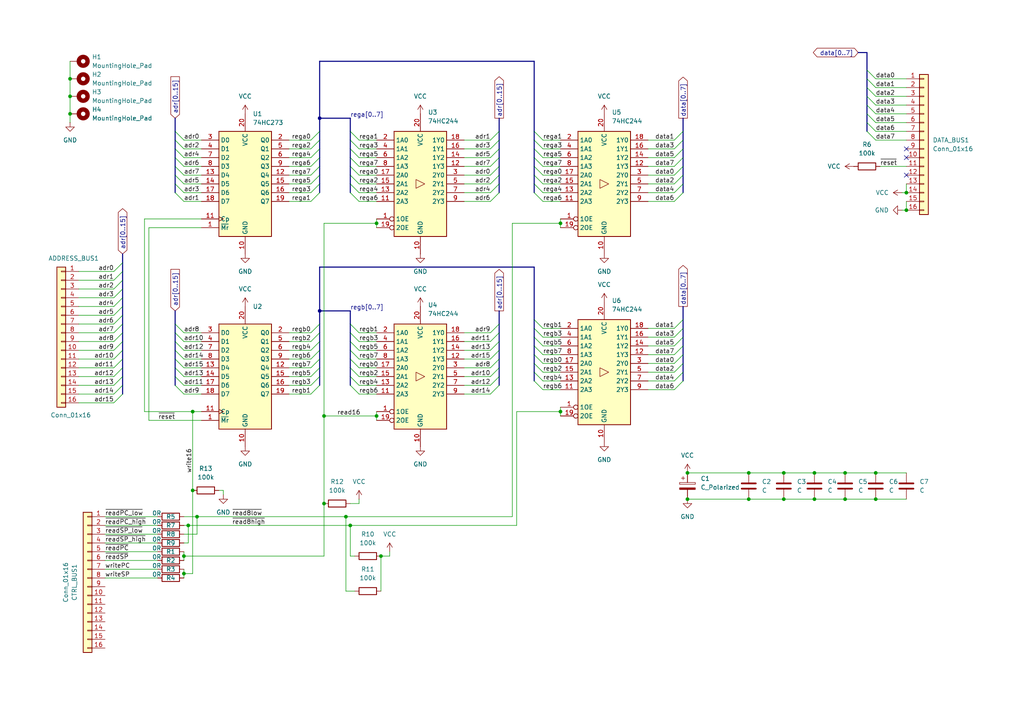
<source format=kicad_sch>
(kicad_sch (version 20250114) (generator "eeschema") (generator_version "9.0")
  (paper "A4")
  (title_block (title "PC-02 16Bit Register Unit") (date "2025-02-11") (rev "A"))
  (lib_symbols
    (symbol "74xx:74HC244"
      (property "Reference" "U" (at -7.62 16.51 0))
      (property "Value" "74HC244" (at -7.62 -16.51 0))
      (symbol "74HC244_1_0"
        (pin input line (at -12.7 12.7 0) (length 5.08) (name "1A0") (number "2"))
        (pin input line (at -12.7 10.16 0) (length 5.08) (name "1A1") (number "4"))
        (pin input line (at -12.7 7.62 0) (length 5.08) (name "1A2") (number "6"))
        (pin input line (at -12.7 5.08 0) (length 5.08) (name "1A3") (number "8"))
        (pin input line (at -12.7 2.54 0) (length 5.08) (name "2A0") (number "17"))
        (pin input line (at -12.7 0 0) (length 5.08) (name "2A1") (number "15"))
        (pin input line (at -12.7 -2.54 0) (length 5.08) (name "2A2") (number "13"))
        (pin input line (at -12.7 -5.08 0) (length 5.08) (name "2A3") (number "11"))
        (pin input inverted (at -12.7 -10.16 0) (length 5.08) (name "1OE") (number "1"))
        (pin input inverted (at -12.7 -12.7 0) (length 5.08) (name "2OE") (number "19"))
        (pin power_in line (at 0 20.32 270) (length 5.08) (name "VCC") (number "20"))
        (pin power_in line (at 0 -20.32 90) (length 5.08) (name "GND") (number "10"))
        (pin tri_state line (at 12.7 12.7 180) (length 5.08) (name "1Y0") (number "18"))
        (pin tri_state line (at 12.7 10.16 180) (length 5.08) (name "1Y1") (number "16"))
        (pin tri_state line (at 12.7 7.62 180) (length 5.08) (name "1Y2") (number "14"))
        (pin tri_state line (at 12.7 5.08 180) (length 5.08) (name "1Y3") (number "12"))
        (pin tri_state line (at 12.7 2.54 180) (length 5.08) (name "2Y0") (number "3"))
        (pin tri_state line (at 12.7 0 180) (length 5.08) (name "2Y1") (number "5"))
        (pin tri_state line (at 12.7 -2.54 180) (length 5.08) (name "2Y2") (number "7"))
        (pin tri_state line (at 12.7 -5.08 180) (length 5.08) (name "2Y3") (number "9"))
      )
    )
    (symbol "74xx:74HC273"
      (property "Reference" "U" (at -7.62 16.51 0))
      (property "Value" "74HC273" (at -7.62 -16.51 0))
      (symbol "74HC273_1_0"
        (pin input line (at -12.7 12.7 0) (length 5.08) (name "D0") (number "3"))
        (pin input line (at -12.7 10.16 0) (length 5.08) (name "D1") (number "4"))
        (pin input line (at -12.7 7.62 0) (length 5.08) (name "D2") (number "7"))
        (pin input line (at -12.7 5.08 0) (length 5.08) (name "D3") (number "8"))
        (pin input line (at -12.7 2.54 0) (length 5.08) (name "D4") (number "13"))
        (pin input line (at -12.7 0 0) (length 5.08) (name "D5") (number "14"))
        (pin input line (at -12.7 -2.54 0) (length 5.08) (name "D6") (number "17"))
        (pin input line (at -12.7 -5.08 0) (length 5.08) (name "D7") (number "18"))
        (pin input clock (at -12.7 -10.16 0) (length 5.08) (name "Cp") (number "11"))
        (pin input line (at -12.7 -12.7 0) (length 5.08) (name "~{Mr}") (number "1"))
        (pin power_in line (at 0 20.32 270) (length 5.08) (name "VCC") (number "20"))
        (pin power_in line (at 0 -20.32 90) (length 5.08) (name "GND") (number "10"))
        (pin output line (at 12.7 12.7 180) (length 5.08) (name "Q0") (number "2"))
        (pin output line (at 12.7 10.16 180) (length 5.08) (name "Q1") (number "5"))
        (pin output line (at 12.7 7.62 180) (length 5.08) (name "Q2") (number "6"))
        (pin output line (at 12.7 5.08 180) (length 5.08) (name "Q3") (number "9"))
        (pin output line (at 12.7 2.54 180) (length 5.08) (name "Q4") (number "12"))
        (pin output line (at 12.7 0 180) (length 5.08) (name "Q5") (number "15"))
        (pin output line (at 12.7 -2.54 180) (length 5.08) (name "Q6") (number "16"))
        (pin output line (at 12.7 -5.08 180) (length 5.08) (name "Q7") (number "19"))
      )
    )
    (symbol "Connector_Generic:Conn_01x16" (pin_names (offset 1.016) (hide yes))
      (property "Reference" "J" (at 0 20.32 0))
      (property "Value" "Conn_01x16" (at 0 -22.86 0))
      (symbol "Conn_01x16_1_1"
        (pin passive line (at -5.08 17.78 0) (length 3.81) (name "Pin_1") (number "1"))
        (pin passive line (at -5.08 15.24 0) (length 3.81) (name "Pin_2") (number "2"))
        (pin passive line (at -5.08 12.7 0) (length 3.81) (name "Pin_3") (number "3"))
        (pin passive line (at -5.08 10.16 0) (length 3.81) (name "Pin_4") (number "4"))
        (pin passive line (at -5.08 7.62 0) (length 3.81) (name "Pin_5") (number "5"))
        (pin passive line (at -5.08 5.08 0) (length 3.81) (name "Pin_6") (number "6"))
        (pin passive line (at -5.08 2.54 0) (length 3.81) (name "Pin_7") (number "7"))
        (pin passive line (at -5.08 0 0) (length 3.81) (name "Pin_8") (number "8"))
        (pin passive line (at -5.08 -2.54 0) (length 3.81) (name "Pin_9") (number "9"))
        (pin passive line (at -5.08 -5.08 0) (length 3.81) (name "Pin_10") (number "10"))
        (pin passive line (at -5.08 -7.62 0) (length 3.81) (name "Pin_11") (number "11"))
        (pin passive line (at -5.08 -10.16 0) (length 3.81) (name "Pin_12") (number "12"))
        (pin passive line (at -5.08 -12.7 0) (length 3.81) (name "Pin_13") (number "13"))
        (pin passive line (at -5.08 -15.24 0) (length 3.81) (name "Pin_14") (number "14"))
        (pin passive line (at -5.08 -17.78 0) (length 3.81) (name "Pin_15") (number "15"))
        (pin passive line (at -5.08 -20.32 0) (length 3.81) (name "Pin_16") (number "16"))
      )
    )
    (symbol "Device:C" (pin_numbers (hide yes)) (pin_names (offset 0.254))
      (property "Reference" "C" (at 0.635 2.54 0))
      (property "Value" "C" (at 0.635 -2.54 0))
      (symbol "C_1_1"
        (pin passive line (at 0 3.81 270) (length 2.794) (name "~") (number "1"))
        (pin passive line (at 0 -3.81 90) (length 2.794) (name "~") (number "2"))
      )
    )
    (symbol "Device:C_Polarized" (pin_numbers (hide yes)) (pin_names (offset 0.254))
      (property "Reference" "C" (at 0.635 2.54 0))
      (property "Value" "C_Polarized" (at 0.635 -2.54 0))
      (symbol "C_Polarized_1_1"
        (pin passive line (at 0 3.81 270) (length 2.794) (name "~") (number "1"))
        (pin passive line (at 0 -3.81 90) (length 2.794) (name "~") (number "2"))
      )
    )
    (symbol "Device:R" (pin_numbers (hide yes)) (pin_names (offset 0))
      (property "Reference" "R" (at 2.032 0 90))
      (property "Value" "R" (at 0 0 90))
      (symbol "R_1_1"
        (pin passive line (at 0 3.81 270) (length 1.27) (name "~") (number "1"))
        (pin passive line (at 0 -3.81 90) (length 1.27) (name "~") (number "2"))
      )
    )
    (symbol "Mechanical:MountingHole_Pad" (pin_numbers (hide yes)) (pin_names (offset 1.016) (hide yes)) (exclude_from_sim yes) (in_bom no)
      (property "Reference" "H" (at 0 6.35 0))
      (property "Value" "MountingHole_Pad" (at 0 4.445 0))
      (symbol "MountingHole_Pad_1_1"
        (pin input line (at 0 -2.54 90) (length 2.54) (name "1") (number "1"))
      )
    )
    (symbol "power:GND" (power) (pin_numbers (hide yes)) (pin_names (offset 0) (hide yes))
      (property "Value" "GND" (at 0 -3.81 0))
      (symbol "GND_1_1"
        (pin power_in line (at 0 0 270) (length 0) (name "~") (number "1"))
      )
    )
    (symbol "power:VCC" (power) (pin_numbers (hide yes)) (pin_names (offset 0) (hide yes))
      (property "Value" "VCC" (at 0 3.556 0))
      (symbol "VCC_1_1"
        (pin power_in line (at 0 0 90) (length 0) (name "~") (number "1"))
      )
    )
  )
  (junction (at 254 144.78))
  (junction (at 236.22 144.78))
  (junction (at 199.39 144.78))
  (junction (at 20.32 33.02))
  (junction (at 92.71 34.29))
  (junction (at 109.22 120.65))
  (junction (at 101.6 152.4))
  (junction (at 20.32 27.94))
  (junction (at 217.17 137.16))
  (junction (at 92.71 90.17))
  (junction (at 199.39 137.16))
  (junction (at 54.61 152.4))
  (junction (at 93.98 146.05))
  (junction (at 254 137.16))
  (junction (at 245.11 137.16))
  (junction (at 236.22 137.16))
  (junction (at 57.15 149.86))
  (junction (at 227.33 144.78))
  (junction (at 162.56 119.38))
  (junction (at 53.34 161.29))
  (junction (at 109.22 64.77))
  (junction (at 245.11 144.78))
  (junction (at 100.33 149.86))
  (junction (at 53.34 166.37))
  (junction (at 20.32 22.86))
  (junction (at 217.17 144.78))
  (junction (at 55.88 142.24))
  (junction (at 93.98 120.65))
  (junction (at 262.89 55.88))
  (junction (at 110.49 161.29))
  (junction (at 227.33 137.16))
  (junction (at 262.89 60.96))
  (junction (at 162.56 64.77))
  (junction (at 55.88 119.38))
  (no_connect (at 262.89 43.18))
  (no_connect (at 262.89 45.72))
  (no_connect (at 262.89 50.8))
  (bus_entry (at 101.6 50.8) (size 2.54 2.54))
  (bus_entry (at 144.78 43.18) (size -2.54 2.54))
  (bus_entry (at 198.12 45.72) (size -2.54 2.54))
  (bus_entry (at 92.71 106.68) (size -2.54 2.54))
  (bus_entry (at 251.46 20.32) (size 2.54 2.54))
  (bus_entry (at 92.71 101.6) (size -2.54 2.54))
  (bus_entry (at 154.94 105.41) (size 2.54 2.54))
  (bus_entry (at 198.12 100.33) (size -2.54 2.54))
  (bus_entry (at 92.71 48.26) (size -2.54 2.54))
  (bus_entry (at 35.56 93.98) (size -2.54 2.54))
  (bus_entry (at 50.8 40.64) (size 2.54 2.54))
  (bus_entry (at 92.71 99.06) (size -2.54 2.54))
  (bus_entry (at 50.8 106.68) (size 2.54 2.54))
  (bus_entry (at 144.78 101.6) (size -2.54 2.54))
  (bus_entry (at 251.46 33.02) (size 2.54 2.54))
  (bus_entry (at 154.94 45.72) (size 2.54 2.54))
  (bus_entry (at 154.94 40.64) (size 2.54 2.54))
  (bus_entry (at 154.94 53.34) (size 2.54 2.54))
  (bus_entry (at 35.56 109.22) (size -2.54 2.54))
  (bus_entry (at 144.78 38.1) (size -2.54 2.54))
  (bus_entry (at 154.94 102.87) (size 2.54 2.54))
  (bus_entry (at 198.12 92.71) (size -2.54 2.54))
  (bus_entry (at 144.78 45.72) (size -2.54 2.54))
  (bus_entry (at 50.8 96.52) (size 2.54 2.54))
  (bus_entry (at 50.8 109.22) (size 2.54 2.54))
  (bus_entry (at 154.94 92.71) (size 2.54 2.54))
  (bus_entry (at 198.12 97.79) (size -2.54 2.54))
  (bus_entry (at 251.46 22.86) (size 2.54 2.54))
  (bus_entry (at 50.8 38.1) (size 2.54 2.54))
  (bus_entry (at 35.56 99.06) (size -2.54 2.54))
  (bus_entry (at 144.78 111.76) (size -2.54 2.54))
  (bus_entry (at 144.78 48.26) (size -2.54 2.54))
  (bus_entry (at 101.6 99.06) (size 2.54 2.54))
  (bus_entry (at 92.71 43.18) (size -2.54 2.54))
  (bus_entry (at 35.56 106.68) (size -2.54 2.54))
  (bus_entry (at 50.8 50.8) (size 2.54 2.54))
  (bus_entry (at 101.6 96.52) (size 2.54 2.54))
  (bus_entry (at 144.78 96.52) (size -2.54 2.54))
  (bus_entry (at 50.8 48.26) (size 2.54 2.54))
  (bus_entry (at 50.8 99.06) (size 2.54 2.54))
  (bus_entry (at 50.8 53.34) (size 2.54 2.54))
  (bus_entry (at 35.56 78.74) (size -2.54 2.54))
  (bus_entry (at 35.56 114.3) (size -2.54 2.54))
  (bus_entry (at 101.6 53.34) (size 2.54 2.54))
  (bus_entry (at 101.6 101.6) (size 2.54 2.54))
  (bus_entry (at 251.46 25.4) (size 2.54 2.54))
  (bus_entry (at 154.94 38.1) (size 2.54 2.54))
  (bus_entry (at 50.8 101.6) (size 2.54 2.54))
  (bus_entry (at 251.46 35.56) (size 2.54 2.54))
  (bus_entry (at 35.56 88.9) (size -2.54 2.54))
  (bus_entry (at 92.71 109.22) (size -2.54 2.54))
  (bus_entry (at 198.12 38.1) (size -2.54 2.54))
  (bus_entry (at 35.56 96.52) (size -2.54 2.54))
  (bus_entry (at 144.78 50.8) (size -2.54 2.54))
  (bus_entry (at 144.78 93.98) (size -2.54 2.54))
  (bus_entry (at 198.12 102.87) (size -2.54 2.54))
  (bus_entry (at 35.56 86.36) (size -2.54 2.54))
  (bus_entry (at 144.78 55.88) (size -2.54 2.54))
  (bus_entry (at 50.8 43.18) (size 2.54 2.54))
  (bus_entry (at 154.94 50.8) (size 2.54 2.54))
  (bus_entry (at 35.56 83.82) (size -2.54 2.54))
  (bus_entry (at 35.56 111.76) (size -2.54 2.54))
  (bus_entry (at 101.6 55.88) (size 2.54 2.54))
  (bus_entry (at 50.8 104.14) (size 2.54 2.54))
  (bus_entry (at 101.6 109.22) (size 2.54 2.54))
  (bus_entry (at 101.6 40.64) (size 2.54 2.54))
  (bus_entry (at 144.78 109.22) (size -2.54 2.54))
  (bus_entry (at 92.71 45.72) (size -2.54 2.54))
  (bus_entry (at 198.12 55.88) (size -2.54 2.54))
  (bus_entry (at 92.71 38.1) (size -2.54 2.54))
  (bus_entry (at 101.6 106.68) (size 2.54 2.54))
  (bus_entry (at 101.6 48.26) (size 2.54 2.54))
  (bus_entry (at 50.8 111.76) (size 2.54 2.54))
  (bus_entry (at 154.94 97.79) (size 2.54 2.54))
  (bus_entry (at 198.12 48.26) (size -2.54 2.54))
  (bus_entry (at 50.8 55.88) (size 2.54 2.54))
  (bus_entry (at 50.8 45.72) (size 2.54 2.54))
  (bus_entry (at 101.6 111.76) (size 2.54 2.54))
  (bus_entry (at 35.56 81.28) (size -2.54 2.54))
  (bus_entry (at 92.71 53.34) (size -2.54 2.54))
  (bus_entry (at 154.94 48.26) (size 2.54 2.54))
  (bus_entry (at 144.78 99.06) (size -2.54 2.54))
  (bus_entry (at 92.71 93.98) (size -2.54 2.54))
  (bus_entry (at 154.94 95.25) (size 2.54 2.54))
  (bus_entry (at 101.6 38.1) (size 2.54 2.54))
  (bus_entry (at 251.46 38.1) (size 2.54 2.54))
  (bus_entry (at 35.56 104.14) (size -2.54 2.54))
  (bus_entry (at 198.12 107.95) (size -2.54 2.54))
  (bus_entry (at 198.12 43.18) (size -2.54 2.54))
  (bus_entry (at 198.12 40.64) (size -2.54 2.54))
  (bus_entry (at 198.12 105.41) (size -2.54 2.54))
  (bus_entry (at 251.46 30.48) (size 2.54 2.54))
  (bus_entry (at 154.94 43.18) (size 2.54 2.54))
  (bus_entry (at 144.78 53.34) (size -2.54 2.54))
  (bus_entry (at 101.6 43.18) (size 2.54 2.54))
  (bus_entry (at 198.12 53.34) (size -2.54 2.54))
  (bus_entry (at 101.6 93.98) (size 2.54 2.54))
  (bus_entry (at 198.12 50.8) (size -2.54 2.54))
  (bus_entry (at 92.71 111.76) (size -2.54 2.54))
  (bus_entry (at 92.71 40.64) (size -2.54 2.54))
  (bus_entry (at 154.94 107.95) (size 2.54 2.54))
  (bus_entry (at 144.78 40.64) (size -2.54 2.54))
  (bus_entry (at 251.46 27.94) (size 2.54 2.54))
  (bus_entry (at 154.94 100.33) (size 2.54 2.54))
  (bus_entry (at 101.6 45.72) (size 2.54 2.54))
  (bus_entry (at 92.71 55.88) (size -2.54 2.54))
  (bus_entry (at 50.8 93.98) (size 2.54 2.54))
  (bus_entry (at 92.71 104.14) (size -2.54 2.54))
  (bus_entry (at 35.56 91.44) (size -2.54 2.54))
  (bus_entry (at 35.56 101.6) (size -2.54 2.54))
  (bus_entry (at 92.71 50.8) (size -2.54 2.54))
  (bus_entry (at 101.6 104.14) (size 2.54 2.54))
  (bus_entry (at 144.78 104.14) (size -2.54 2.54))
  (bus_entry (at 198.12 110.49) (size -2.54 2.54))
  (bus_entry (at 198.12 95.25) (size -2.54 2.54))
  (bus_entry (at 144.78 106.68) (size -2.54 2.54))
  (bus_entry (at 35.56 76.2) (size -2.54 2.54))
  (bus_entry (at 92.71 96.52) (size -2.54 2.54))
  (bus_entry (at 154.94 55.88) (size 2.54 2.54))
  (bus_entry (at 154.94 110.49) (size 2.54 2.54))
  (wire (pts (xy 162.56 64.77) (xy 148.59 64.77)))
  (bus (pts (xy 154.94 100.33) (xy 154.94 102.87)))
  (wire (pts (xy 109.22 64.77) (xy 109.22 66.04)))
  (wire (pts (xy 187.96 102.87) (xy 195.58 102.87)))
  (wire (pts (xy 149.86 119.38) (xy 149.86 152.4)))
  (wire (pts (xy 134.62 111.76) (xy 142.24 111.76)))
  (bus (pts (xy 92.71 40.64) (xy 92.71 43.18)))
  (wire (pts (xy 33.02 78.74) (xy 22.86 78.74)))
  (wire (pts (xy 33.02 91.44) (xy 22.86 91.44)))
  (wire (pts (xy 187.96 58.42) (xy 195.58 58.42)))
  (wire (pts (xy 104.14 58.42) (xy 109.22 58.42)))
  (bus (pts (xy 35.56 106.68) (xy 35.56 109.22)))
  (wire (pts (xy 83.82 109.22) (xy 90.17 109.22)))
  (wire (pts (xy 53.34 45.72) (xy 58.42 45.72)))
  (wire (pts (xy 261.62 60.96) (xy 262.89 60.96)))
  (wire (pts (xy 187.96 95.25) (xy 195.58 95.25)))
  (wire (pts (xy 41.91 63.5) (xy 41.91 119.38)))
  (wire (pts (xy 254 40.64) (xy 262.89 40.64)))
  (bus (pts (xy 92.71 77.47) (xy 92.71 90.17)))
  (wire (pts (xy 134.62 43.18) (xy 142.24 43.18)))
  (bus (pts (xy 198.12 88.9) (xy 198.12 92.71)))
  (wire (pts (xy 63.5 142.24) (xy 64.77 142.24)))
  (wire (pts (xy 217.17 137.16) (xy 227.33 137.16)))
  (bus (pts (xy 101.6 96.52) (xy 101.6 99.06)))
  (bus (pts (xy 101.6 43.18) (xy 101.6 45.72)))
  (bus (pts (xy 198.12 50.8) (xy 198.12 53.34)))
  (wire (pts (xy 30.48 160.02) (xy 45.72 160.02)))
  (wire (pts (xy 101.6 152.4) (xy 101.6 161.29)))
  (bus (pts (xy 101.6 50.8) (xy 101.6 53.34)))
  (bus (pts (xy 154.94 92.71) (xy 154.94 95.25)))
  (wire (pts (xy 83.82 96.52) (xy 90.17 96.52)))
  (wire (pts (xy 101.6 152.4) (xy 149.86 152.4)))
  (wire (pts (xy 104.14 99.06) (xy 109.22 99.06)))
  (wire (pts (xy 134.62 50.8) (xy 142.24 50.8)))
  (bus (pts (xy 144.78 101.6) (xy 144.78 104.14)))
  (bus (pts (xy 35.56 81.28) (xy 35.56 83.82)))
  (bus (pts (xy 50.8 109.22) (xy 50.8 111.76)))
  (bus (pts (xy 35.56 96.52) (xy 35.56 99.06)))
  (wire (pts (xy 187.96 97.79) (xy 195.58 97.79)))
  (bus (pts (xy 101.6 106.68) (xy 101.6 109.22)))
  (wire (pts (xy 109.22 120.65) (xy 109.22 119.38)))
  (bus (pts (xy 101.6 53.34) (xy 101.6 55.88)))
  (wire (pts (xy 134.62 53.34) (xy 142.24 53.34)))
  (wire (pts (xy 157.48 113.03) (xy 162.56 113.03)))
  (wire (pts (xy 53.34 106.68) (xy 58.42 106.68)))
  (bus (pts (xy 144.78 38.1) (xy 144.78 40.64)))
  (bus (pts (xy 92.71 101.6) (xy 92.71 104.14)))
  (wire (pts (xy 53.34 165.1) (xy 53.34 166.37)))
  (wire (pts (xy 33.02 106.68) (xy 22.86 106.68)))
  (wire (pts (xy 187.96 43.18) (xy 195.58 43.18)))
  (wire (pts (xy 33.02 116.84) (xy 22.86 116.84)))
  (wire (pts (xy 30.48 165.1) (xy 45.72 165.1)))
  (wire (pts (xy 83.82 43.18) (xy 90.17 43.18)))
  (wire (pts (xy 33.02 81.28) (xy 22.86 81.28)))
  (bus (pts (xy 251.46 35.56) (xy 251.46 38.1)))
  (wire (pts (xy 93.98 64.77) (xy 93.98 120.65)))
  (bus (pts (xy 198.12 45.72) (xy 198.12 48.26)))
  (wire (pts (xy 57.15 149.86) (xy 57.15 154.94)))
  (bus (pts (xy 92.71 53.34) (xy 92.71 55.88)))
  (bus (pts (xy 144.78 93.98) (xy 144.78 96.52)))
  (wire (pts (xy 104.14 109.22) (xy 109.22 109.22)))
  (wire (pts (xy 93.98 120.65) (xy 109.22 120.65)))
  (bus (pts (xy 50.8 96.52) (xy 50.8 99.06)))
  (wire (pts (xy 33.02 83.82) (xy 22.86 83.82)))
  (wire (pts (xy 53.34 53.34) (xy 58.42 53.34)))
  (wire (pts (xy 30.48 152.4) (xy 45.72 152.4)))
  (wire (pts (xy 20.32 27.94) (xy 20.32 33.02)))
  (wire (pts (xy 20.32 17.78) (xy 20.32 22.86)))
  (bus (pts (xy 50.8 45.72) (xy 50.8 48.26)))
  (wire (pts (xy 33.02 93.98) (xy 22.86 93.98)))
  (wire (pts (xy 199.39 144.78) (xy 217.17 144.78)))
  (wire (pts (xy 187.96 100.33) (xy 195.58 100.33)))
  (wire (pts (xy 187.96 55.88) (xy 195.58 55.88)))
  (wire (pts (xy 53.34 96.52) (xy 58.42 96.52)))
  (wire (pts (xy 187.96 107.95) (xy 195.58 107.95)))
  (wire (pts (xy 53.34 161.29) (xy 53.34 162.56)))
  (bus (pts (xy 101.6 101.6) (xy 101.6 104.14)))
  (wire (pts (xy 83.82 58.42) (xy 90.17 58.42)))
  (wire (pts (xy 162.56 119.38) (xy 149.86 119.38)))
  (wire (pts (xy 254 25.4) (xy 262.89 25.4)))
  (bus (pts (xy 50.8 101.6) (xy 50.8 104.14)))
  (wire (pts (xy 101.6 146.05) (xy 104.14 146.05)))
  (wire (pts (xy 187.96 50.8) (xy 195.58 50.8)))
  (bus (pts (xy 198.12 53.34) (xy 198.12 55.88)))
  (bus (pts (xy 154.94 102.87) (xy 154.94 105.41)))
  (wire (pts (xy 53.34 58.42) (xy 58.42 58.42)))
  (wire (pts (xy 157.48 48.26) (xy 162.56 48.26)))
  (bus (pts (xy 144.78 109.22) (xy 144.78 111.76)))
  (wire (pts (xy 93.98 146.05) (xy 93.98 161.29)))
  (bus (pts (xy 144.78 43.18) (xy 144.78 45.72)))
  (wire (pts (xy 134.62 55.88) (xy 142.24 55.88)))
  (bus (pts (xy 144.78 34.29) (xy 144.78 38.1)))
  (wire (pts (xy 104.14 45.72) (xy 109.22 45.72)))
  (wire (pts (xy 110.49 161.29) (xy 110.49 171.45)))
  (bus (pts (xy 154.94 77.47) (xy 92.71 77.47)))
  (wire (pts (xy 83.82 106.68) (xy 90.17 106.68)))
  (wire (pts (xy 100.33 149.86) (xy 57.15 149.86)))
  (wire (pts (xy 104.14 48.26) (xy 109.22 48.26)))
  (bus (pts (xy 198.12 105.41) (xy 198.12 107.95)))
  (wire (pts (xy 33.02 96.52) (xy 22.86 96.52)))
  (bus (pts (xy 92.71 48.26) (xy 92.71 50.8)))
  (wire (pts (xy 255.27 48.26) (xy 262.89 48.26)))
  (wire (pts (xy 162.56 64.77) (xy 162.56 63.5)))
  (bus (pts (xy 154.94 92.71) (xy 154.94 77.47)))
  (wire (pts (xy 83.82 50.8) (xy 90.17 50.8)))
  (bus (pts (xy 154.94 17.78) (xy 92.71 17.78)))
  (bus (pts (xy 35.56 93.98) (xy 35.56 96.52)))
  (bus (pts (xy 251.46 25.4) (xy 251.46 27.94)))
  (bus (pts (xy 35.56 91.44) (xy 35.56 93.98)))
  (bus (pts (xy 154.94 48.26) (xy 154.94 50.8)))
  (wire (pts (xy 53.34 48.26) (xy 58.42 48.26)))
  (bus (pts (xy 144.78 96.52) (xy 144.78 99.06)))
  (wire (pts (xy 254 27.94) (xy 262.89 27.94)))
  (bus (pts (xy 154.94 45.72) (xy 154.94 48.26)))
  (bus (pts (xy 154.94 105.41) (xy 154.94 107.95)))
  (wire (pts (xy 33.02 109.22) (xy 22.86 109.22)))
  (wire (pts (xy 157.48 95.25) (xy 162.56 95.25)))
  (wire (pts (xy 157.48 50.8) (xy 162.56 50.8)))
  (wire (pts (xy 134.62 48.26) (xy 142.24 48.26)))
  (wire (pts (xy 58.42 121.92) (xy 43.18 121.92)))
  (bus (pts (xy 101.6 38.1) (xy 101.6 40.64)))
  (wire (pts (xy 33.02 99.06) (xy 22.86 99.06)))
  (wire (pts (xy 157.48 107.95) (xy 162.56 107.95)))
  (bus (pts (xy 198.12 100.33) (xy 198.12 102.87)))
  (wire (pts (xy 134.62 58.42) (xy 142.24 58.42)))
  (wire (pts (xy 58.42 63.5) (xy 41.91 63.5)))
  (bus (pts (xy 92.71 45.72) (xy 92.71 48.26)))
  (wire (pts (xy 104.14 106.68) (xy 109.22 106.68)))
  (wire (pts (xy 83.82 99.06) (xy 90.17 99.06)))
  (wire (pts (xy 53.34 161.29) (xy 93.98 161.29)))
  (wire (pts (xy 134.62 114.3) (xy 142.24 114.3)))
  (wire (pts (xy 227.33 137.16) (xy 236.22 137.16)))
  (wire (pts (xy 53.34 40.64) (xy 58.42 40.64)))
  (wire (pts (xy 187.96 40.64) (xy 195.58 40.64)))
  (wire (pts (xy 53.34 99.06) (xy 58.42 99.06)))
  (wire (pts (xy 33.02 104.14) (xy 22.86 104.14)))
  (wire (pts (xy 55.88 119.38) (xy 55.88 142.24)))
  (bus (pts (xy 144.78 90.17) (xy 144.78 93.98)))
  (bus (pts (xy 35.56 78.74) (xy 35.56 81.28)))
  (bus (pts (xy 144.78 106.68) (xy 144.78 109.22)))
  (bus (pts (xy 251.46 22.86) (xy 251.46 25.4)))
  (wire (pts (xy 134.62 96.52) (xy 142.24 96.52)))
  (bus (pts (xy 92.71 90.17) (xy 92.71 93.98)))
  (wire (pts (xy 54.61 152.4) (xy 53.34 152.4)))
  (bus (pts (xy 144.78 45.72) (xy 144.78 48.26)))
  (wire (pts (xy 134.62 106.68) (xy 142.24 106.68)))
  (bus (pts (xy 101.6 104.14) (xy 101.6 106.68)))
  (bus (pts (xy 50.8 53.34) (xy 50.8 55.88)))
  (bus (pts (xy 35.56 101.6) (xy 35.56 104.14)))
  (bus (pts (xy 35.56 73.66) (xy 35.56 76.2)))
  (wire (pts (xy 55.88 142.24) (xy 55.88 166.37)))
  (bus (pts (xy 251.46 15.24) (xy 251.46 20.32)))
  (wire (pts (xy 162.56 120.65) (xy 162.56 119.38)))
  (wire (pts (xy 157.48 55.88) (xy 162.56 55.88)))
  (wire (pts (xy 157.48 110.49) (xy 162.56 110.49)))
  (wire (pts (xy 254 30.48) (xy 262.89 30.48)))
  (wire (pts (xy 134.62 101.6) (xy 142.24 101.6)))
  (wire (pts (xy 53.34 166.37) (xy 53.34 167.64)))
  (wire (pts (xy 54.61 157.48) (xy 54.61 152.4)))
  (wire (pts (xy 104.14 96.52) (xy 109.22 96.52)))
  (bus (pts (xy 144.78 50.8) (xy 144.78 53.34)))
  (wire (pts (xy 83.82 55.88) (xy 90.17 55.88)))
  (wire (pts (xy 33.02 114.3) (xy 22.86 114.3)))
  (wire (pts (xy 104.14 40.64) (xy 109.22 40.64)))
  (wire (pts (xy 254 35.56) (xy 262.89 35.56)))
  (wire (pts (xy 41.91 119.38) (xy 55.88 119.38)))
  (bus (pts (xy 154.94 53.34) (xy 154.94 55.88)))
  (bus (pts (xy 50.8 90.17) (xy 50.8 93.98)))
  (wire (pts (xy 227.33 144.78) (xy 236.22 144.78)))
  (bus (pts (xy 154.94 95.25) (xy 154.94 97.79)))
  (wire (pts (xy 104.14 55.88) (xy 109.22 55.88)))
  (bus (pts (xy 198.12 97.79) (xy 198.12 100.33)))
  (bus (pts (xy 198.12 43.18) (xy 198.12 45.72)))
  (wire (pts (xy 53.34 111.76) (xy 58.42 111.76)))
  (bus (pts (xy 35.56 76.2) (xy 35.56 78.74)))
  (wire (pts (xy 217.17 144.78) (xy 227.33 144.78)))
  (wire (pts (xy 148.59 64.77) (xy 148.59 149.86)))
  (bus (pts (xy 50.8 50.8) (xy 50.8 53.34)))
  (bus (pts (xy 144.78 48.26) (xy 144.78 50.8)))
  (wire (pts (xy 254 33.02) (xy 262.89 33.02)))
  (bus (pts (xy 101.6 99.06) (xy 101.6 101.6)))
  (bus (pts (xy 50.8 40.64) (xy 50.8 43.18)))
  (wire (pts (xy 104.14 43.18) (xy 109.22 43.18)))
  (bus (pts (xy 198.12 40.64) (xy 198.12 43.18)))
  (bus (pts (xy 251.46 30.48) (xy 251.46 33.02)))
  (wire (pts (xy 162.56 119.38) (xy 162.56 118.11)))
  (wire (pts (xy 187.96 110.49) (xy 195.58 110.49)))
  (bus (pts (xy 92.71 34.29) (xy 92.71 38.1)))
  (wire (pts (xy 187.96 105.41) (xy 195.58 105.41)))
  (wire (pts (xy 261.62 55.88) (xy 262.89 55.88)))
  (bus (pts (xy 154.94 38.1) (xy 154.94 40.64)))
  (bus (pts (xy 101.6 109.22) (xy 101.6 111.76)))
  (wire (pts (xy 83.82 114.3) (xy 90.17 114.3)))
  (wire (pts (xy 100.33 171.45) (xy 102.87 171.45)))
  (wire (pts (xy 33.02 86.36) (xy 22.86 86.36)))
  (bus (pts (xy 198.12 95.25) (xy 198.12 97.79)))
  (bus (pts (xy 251.46 33.02) (xy 251.46 35.56)))
  (bus (pts (xy 50.8 99.06) (xy 50.8 101.6)))
  (wire (pts (xy 245.11 144.78) (xy 254 144.78)))
  (wire (pts (xy 30.48 149.86) (xy 45.72 149.86)))
  (bus (pts (xy 35.56 99.06) (xy 35.56 101.6)))
  (wire (pts (xy 83.82 104.14) (xy 90.17 104.14)))
  (wire (pts (xy 33.02 101.6) (xy 22.86 101.6)))
  (wire (pts (xy 93.98 120.65) (xy 93.98 146.05)))
  (bus (pts (xy 154.94 17.78) (xy 154.94 38.1)))
  (bus (pts (xy 50.8 43.18) (xy 50.8 45.72)))
  (wire (pts (xy 109.22 120.65) (xy 109.22 121.92)))
  (wire (pts (xy 30.48 157.48) (xy 45.72 157.48)))
  (wire (pts (xy 157.48 40.64) (xy 162.56 40.64)))
  (wire (pts (xy 53.34 50.8) (xy 58.42 50.8)))
  (wire (pts (xy 30.48 162.56) (xy 45.72 162.56)))
  (wire (pts (xy 104.14 101.6) (xy 109.22 101.6)))
  (wire (pts (xy 157.48 45.72) (xy 162.56 45.72)))
  (bus (pts (xy 154.94 107.95) (xy 154.94 110.49)))
  (bus (pts (xy 101.6 40.64) (xy 101.6 43.18)))
  (wire (pts (xy 83.82 45.72) (xy 90.17 45.72)))
  (wire (pts (xy 33.02 111.76) (xy 22.86 111.76)))
  (bus (pts (xy 50.8 106.68) (xy 50.8 109.22)))
  (bus (pts (xy 154.94 40.64) (xy 154.94 43.18)))
  (bus (pts (xy 50.8 48.26) (xy 50.8 50.8)))
  (wire (pts (xy 157.48 102.87) (xy 162.56 102.87)))
  (wire (pts (xy 83.82 101.6) (xy 90.17 101.6)))
  (bus (pts (xy 101.6 48.26) (xy 101.6 50.8)))
  (bus (pts (xy 92.71 104.14) (xy 92.71 106.68)))
  (bus (pts (xy 92.71 43.18) (xy 92.71 45.72)))
  (bus (pts (xy 50.8 104.14) (xy 50.8 106.68)))
  (wire (pts (xy 187.96 113.03) (xy 195.58 113.03)))
  (bus (pts (xy 92.71 90.17) (xy 101.6 90.17)))
  (wire (pts (xy 53.34 149.86) (xy 57.15 149.86)))
  (bus (pts (xy 35.56 111.76) (xy 35.56 114.3)))
  (wire (pts (xy 53.34 43.18) (xy 58.42 43.18)))
  (wire (pts (xy 83.82 111.76) (xy 90.17 111.76)))
  (bus (pts (xy 251.46 20.32) (xy 251.46 22.86)))
  (wire (pts (xy 187.96 48.26) (xy 195.58 48.26)))
  (bus (pts (xy 198.12 48.26) (xy 198.12 50.8)))
  (wire (pts (xy 113.03 161.29) (xy 113.03 160.02)))
  (bus (pts (xy 92.71 96.52) (xy 92.71 99.06)))
  (bus (pts (xy 50.8 34.29) (xy 50.8 38.1)))
  (wire (pts (xy 83.82 53.34) (xy 90.17 53.34)))
  (bus (pts (xy 35.56 104.14) (xy 35.56 106.68)))
  (wire (pts (xy 254 22.86) (xy 262.89 22.86)))
  (bus (pts (xy 154.94 43.18) (xy 154.94 45.72)))
  (wire (pts (xy 245.11 137.16) (xy 254 137.16)))
  (wire (pts (xy 236.22 137.16) (xy 245.11 137.16)))
  (bus (pts (xy 198.12 34.29) (xy 198.12 38.1)))
  (wire (pts (xy 254 38.1) (xy 262.89 38.1)))
  (bus (pts (xy 154.94 50.8) (xy 154.94 53.34)))
  (wire (pts (xy 187.96 53.34) (xy 195.58 53.34)))
  (wire (pts (xy 54.61 152.4) (xy 101.6 152.4)))
  (bus (pts (xy 198.12 38.1) (xy 198.12 40.64)))
  (bus (pts (xy 92.71 38.1) (xy 92.71 40.64)))
  (wire (pts (xy 157.48 97.79) (xy 162.56 97.79)))
  (wire (pts (xy 104.14 111.76) (xy 109.22 111.76)))
  (wire (pts (xy 64.77 142.24) (xy 64.77 143.51)))
  (wire (pts (xy 53.34 166.37) (xy 55.88 166.37)))
  (wire (pts (xy 134.62 99.06) (xy 142.24 99.06)))
  (wire (pts (xy 157.48 58.42) (xy 162.56 58.42)))
  (wire (pts (xy 53.34 114.3) (xy 58.42 114.3)))
  (wire (pts (xy 43.18 121.92) (xy 43.18 66.04)))
  (bus (pts (xy 92.71 17.78) (xy 92.71 34.29)))
  (bus (pts (xy 92.71 109.22) (xy 92.71 111.76)))
  (wire (pts (xy 162.56 66.04) (xy 162.56 64.77)))
  (wire (pts (xy 262.89 58.42) (xy 262.89 60.96)))
  (bus (pts (xy 248.92 15.24) (xy 251.46 15.24)))
  (wire (pts (xy 55.88 119.38) (xy 58.42 119.38)))
  (wire (pts (xy 53.34 104.14) (xy 58.42 104.14)))
  (bus (pts (xy 198.12 92.71) (xy 198.12 95.25)))
  (wire (pts (xy 254 144.78) (xy 262.89 144.78)))
  (wire (pts (xy 53.34 160.02) (xy 53.34 161.29)))
  (wire (pts (xy 57.15 154.94) (xy 53.34 154.94)))
  (bus (pts (xy 144.78 40.64) (xy 144.78 43.18)))
  (wire (pts (xy 236.22 144.78) (xy 245.11 144.78)))
  (wire (pts (xy 101.6 161.29) (xy 102.87 161.29)))
  (bus (pts (xy 101.6 93.98) (xy 101.6 96.52)))
  (wire (pts (xy 109.22 63.5) (xy 109.22 64.77)))
  (wire (pts (xy 104.14 50.8) (xy 109.22 50.8)))
  (wire (pts (xy 157.48 100.33) (xy 162.56 100.33)))
  (wire (pts (xy 157.48 43.18) (xy 162.56 43.18)))
  (bus (pts (xy 92.71 99.06) (xy 92.71 101.6)))
  (wire (pts (xy 134.62 40.64) (xy 142.24 40.64)))
  (bus (pts (xy 144.78 53.34) (xy 144.78 55.88)))
  (bus (pts (xy 92.71 34.29) (xy 101.6 34.29)))
  (wire (pts (xy 187.96 45.72) (xy 195.58 45.72)))
  (wire (pts (xy 53.34 101.6) (xy 58.42 101.6)))
  (bus (pts (xy 35.56 86.36) (xy 35.56 88.9)))
  (wire (pts (xy 157.48 105.41) (xy 162.56 105.41)))
  (wire (pts (xy 134.62 109.22) (xy 142.24 109.22)))
  (wire (pts (xy 262.89 53.34) (xy 262.89 55.88)))
  (bus (pts (xy 154.94 97.79) (xy 154.94 100.33)))
  (wire (pts (xy 254 137.16) (xy 262.89 137.16)))
  (wire (pts (xy 30.48 167.64) (xy 45.72 167.64)))
  (bus (pts (xy 101.6 45.72) (xy 101.6 48.26)))
  (bus (pts (xy 101.6 34.29) (xy 101.6 38.1)))
  (wire (pts (xy 110.49 161.29) (xy 113.03 161.29)))
  (bus (pts (xy 251.46 27.94) (xy 251.46 30.48)))
  (bus (pts (xy 92.71 106.68) (xy 92.71 109.22)))
  (bus (pts (xy 35.56 83.82) (xy 35.56 86.36)))
  (wire (pts (xy 53.34 109.22) (xy 58.42 109.22)))
  (wire (pts (xy 83.82 48.26) (xy 90.17 48.26)))
  (bus (pts (xy 198.12 107.95) (xy 198.12 110.49)))
  (wire (pts (xy 148.59 149.86) (xy 100.33 149.86)))
  (wire (pts (xy 134.62 45.72) (xy 142.24 45.72)))
  (wire (pts (xy 104.14 104.14) (xy 109.22 104.14)))
  (wire (pts (xy 20.32 35.56) (xy 20.32 33.02)))
  (bus (pts (xy 50.8 38.1) (xy 50.8 40.64)))
  (wire (pts (xy 134.62 104.14) (xy 142.24 104.14)))
  (bus (pts (xy 198.12 102.87) (xy 198.12 105.41)))
  (wire (pts (xy 30.48 154.94) (xy 45.72 154.94)))
  (bus (pts (xy 35.56 109.22) (xy 35.56 111.76)))
  (wire (pts (xy 83.82 40.64) (xy 90.17 40.64)))
  (wire (pts (xy 157.48 53.34) (xy 162.56 53.34)))
  (bus (pts (xy 144.78 104.14) (xy 144.78 106.68)))
  (wire (pts (xy 199.39 137.16) (xy 217.17 137.16)))
  (wire (pts (xy 43.18 66.04) (xy 58.42 66.04)))
  (wire (pts (xy 20.32 22.86) (xy 20.32 27.94)))
  (bus (pts (xy 50.8 93.98) (xy 50.8 96.52)))
  (bus (pts (xy 92.71 93.98) (xy 92.71 96.52)))
  (wire (pts (xy 104.14 114.3) (xy 109.22 114.3)))
  (wire (pts (xy 53.34 55.88) (xy 58.42 55.88)))
  (bus (pts (xy 35.56 88.9) (xy 35.56 91.44)))
  (bus (pts (xy 101.6 90.17) (xy 101.6 93.98)))
  (wire (pts (xy 33.02 88.9) (xy 22.86 88.9)))
  (wire (pts (xy 104.14 146.05) (xy 104.14 144.78)))
  (bus (pts (xy 92.71 50.8) (xy 92.71 53.34)))
  (wire (pts (xy 53.34 157.48) (xy 54.61 157.48)))
  (wire (pts (xy 104.14 53.34) (xy 109.22 53.34)))
  (wire (pts (xy 100.33 149.86) (xy 100.33 171.45)))
  (wire (pts (xy 109.22 64.77) (xy 93.98 64.77)))
  (bus (pts (xy 144.78 99.06) (xy 144.78 101.6)))
  (label "regb0" (at 157.48 105.41 0))
  (label "adr14" (at 33.02 114.3 180))
  (label "adr8" (at 142.24 106.68 180))
  (label "data3" (at 254 30.48 0))
  (label "adr4" (at 142.24 55.88 180))
  (label "~{read8low}" (at 67.31 149.86 0))
  (label "data4" (at 195.58 110.49 180))
  (label "data6" (at 195.58 113.03 180))
  (label "regb2" (at 104.14 109.22 0))
  (label "rega3" (at 104.14 43.18 0))
  (label "adr5" (at 33.02 91.44 180))
  (label "rega7" (at 157.48 48.26 0))
  (label "rega2" (at 104.14 53.34 0))
  (label "adr12" (at 142.24 111.76 180))
  (label "regb2" (at 157.48 107.95 0))
  (label "adr13" (at 33.02 111.76 180))
  (label "~{reset}" (at 50.8 121.92 180))
  (label "rega3" (at 157.48 43.18 0))
  (label "regb6" (at 90.17 104.14 180))
  (label "adr7" (at 142.24 48.26 180))
  (label "regb3" (at 157.48 97.79 0))
  (label "adr11" (at 53.34 111.76 0))
  (label "adr11" (at 33.02 106.68 180))
  (label "adr2" (at 33.02 83.82 180))
  (label "adr1" (at 142.24 40.64 180))
  (label "regb7" (at 157.48 102.87 0))
  (label "regb2" (at 90.17 99.06 180))
  (label "adr15" (at 53.34 106.68 0))
  (label "~{reset}" (at 255.27 48.26 0))
  (label "adr0" (at 142.24 50.8 180))
  (label "~{readPC_high}" (at 30.48 152.4 0))
  (label "rega3" (at 90.17 55.88 180))
  (label "adr6" (at 33.02 93.98 180))
  (label "~{readSP_high}" (at 30.48 157.48 0))
  (label "regb0" (at 90.17 96.52 180))
  (label "data3" (at 195.58 43.18 180))
  (label "regb4" (at 90.17 101.6 180))
  (label "rega5" (at 90.17 53.34 180))
  (label "regb5" (at 90.17 109.22 180))
  (label "regb5" (at 157.48 100.33 0))
  (label "rega4" (at 104.14 55.88 0))
  (label "regb6" (at 104.14 114.3 0))
  (label "adr9" (at 53.34 114.3 0))
  (label "data2" (at 195.58 53.34 180))
  (label "regb1" (at 157.48 95.25 0))
  (label "adr14" (at 53.34 104.14 0))
  (label "data0" (at 195.58 105.41 180))
  (label "data1" (at 195.58 40.64 180))
  (label "adr10" (at 142.24 109.22 180))
  (label "adr13" (at 142.24 101.6 180))
  (label "regb1" (at 104.14 96.52 0))
  (label "data5" (at 254 35.56 0))
  (label "adr1" (at 53.34 58.42 0))
  (label "adr7" (at 53.34 50.8 0))
  (label "adr5" (at 53.34 53.34 0))
  (label "writePC" (at 30.48 165.1 0))
  (label "rega7" (at 104.14 48.26 0))
  (label "adr5" (at 142.24 45.72 180))
  (label "write16" (at 55.88 137.16 90))
  (label "writeSP" (at 30.48 167.64 0))
  (label "adr2" (at 53.34 43.18 0))
  (label "regb1" (at 90.17 114.3 180))
  (label "adr12" (at 33.02 109.22 180))
  (label "adr1" (at 33.02 81.28 180))
  (label "data7" (at 254 40.64 0))
  (label "rega6" (at 90.17 48.26 180))
  (label "~{readSP_low}" (at 30.48 154.94 0))
  (label "data4" (at 254 33.02 0))
  (label "rega4" (at 157.48 55.88 0))
  (label "regb4" (at 157.48 110.49 0))
  (label "data5" (at 195.58 45.72 180))
  (label "adr0" (at 33.02 78.74 180))
  (label "regb4" (at 104.14 111.76 0))
  (label "adr7" (at 33.02 96.52 180))
  (label "adr12" (at 53.34 101.6 0))
  (label "~{readPC}" (at 30.48 160.02 0))
  (label "regb[0..7]" (at 101.6 90.17 0))
  (label "rega4" (at 90.17 45.72 180))
  (label "data1" (at 195.58 95.25 180))
  (label "regb5" (at 104.14 101.6 0))
  (label "adr2" (at 142.24 53.34 180))
  (label "data2" (at 254 27.94 0))
  (label "adr3" (at 142.24 43.18 180))
  (label "adr8" (at 33.02 99.06 180))
  (label "adr3" (at 53.34 55.88 0))
  (label "rega1" (at 90.17 58.42 180))
  (label "rega0" (at 157.48 50.8 0))
  (label "rega5" (at 104.14 45.72 0))
  (label "~{read8high}" (at 67.31 152.4 0))
  (label "rega0" (at 90.17 40.64 180))
  (label "regb7" (at 104.14 104.14 0))
  (label "adr0" (at 53.34 40.64 0))
  (label "adr4" (at 53.34 45.72 0))
  (label "rega1" (at 157.48 40.64 0))
  (label "rega[0..7]" (at 101.6 34.29 0))
  (label "data0" (at 195.58 50.8 180))
  (label "adr15" (at 33.02 116.84 180))
  (label "read16" (at 97.79 120.65 0))
  (label "adr4" (at 33.02 88.9 180))
  (label "adr11" (at 142.24 99.06 180))
  (label "adr10" (at 33.02 104.14 180))
  (label "adr6" (at 53.34 48.26 0))
  (label "regb7" (at 90.17 106.68 180))
  (label "rega1" (at 104.14 40.64 0))
  (label "rega2" (at 157.48 53.34 0))
  (label "~{readPC_low}" (at 30.48 149.86 0))
  (label "rega0" (at 104.14 50.8 0))
  (label "data3" (at 195.58 97.79 180))
  (label "rega6" (at 157.48 58.42 0))
  (label "regb3" (at 90.17 111.76 180))
  (label "adr13" (at 53.34 109.22 0))
  (label "adr8" (at 53.34 96.52 0))
  (label "data4" (at 195.58 55.88 180))
  (label "regb3" (at 104.14 99.06 0))
  (label "adr15" (at 142.24 104.14 180))
  (label "adr9" (at 33.02 101.6 180))
  (label "adr6" (at 142.24 58.42 180))
  (label "adr14" (at 142.24 114.3 180))
  (label "rega2" (at 90.17 43.18 180))
  (label "data1" (at 254 25.4 0))
  (label "data7" (at 195.58 102.87 180))
  (label "rega6" (at 104.14 58.42 0))
  (label "data2" (at 195.58 107.95 180))
  (label "rega7" (at 90.17 50.8 180))
  (label "data7" (at 195.58 48.26 180))
  (label "data6" (at 254 38.1 0))
  (label "adr10" (at 53.34 99.06 0))
  (label "~{readSP}" (at 30.48 162.56 0))
  (label "data6" (at 195.58 58.42 180))
  (label "rega5" (at 157.48 45.72 0))
  (label "regb0" (at 104.14 106.68 0))
  (label "regb6" (at 157.48 113.03 0))
  (label "adr3" (at 33.02 86.36 180))
  (label "adr9" (at 142.24 96.52 180))
  (label "data0" (at 254 22.86 0))
  (label "data5" (at 195.58 100.33 180))
  (global_label "adr[0..15]" (shape output) (at 144.78 90.17 90) (property "Intersheetrefs" "${INTERSHEET_REFS}" (effects (hide yes))))
  (global_label "data[0..7]" (shape output) (at 198.12 88.9 90) (property "Intersheetrefs" "${INTERSHEET_REFS}" (effects (hide yes))))
  (global_label "adr[0..15]" (shape output) (at 144.78 34.29 90) (property "Intersheetrefs" "${INTERSHEET_REFS}" (effects (hide yes))))
  (global_label "adr[0..15]" (shape bidirectional) (at 35.56 73.66 90) (property "Intersheetrefs" "${INTERSHEET_REFS}" (effects (hide yes))))
  (global_label "adr[0..15]" (shape input) (at 50.8 90.17 90) (property "Intersheetrefs" "${INTERSHEET_REFS}" (effects (hide yes))))
  (global_label "data[0..7]" (shape output) (at 198.12 34.29 90) (property "Intersheetrefs" "${INTERSHEET_REFS}" (effects (hide yes))))
  (global_label "data[0..7]" (shape bidirectional) (at 248.92 15.24 180) (property "Intersheetrefs" "${INTERSHEET_REFS}" (effects (hide yes))))
  (global_label "adr[0..15]" (shape input) (at 50.8 34.29 90) (property "Intersheetrefs" "${INTERSHEET_REFS}" (effects (hide yes))))
  (symbol (lib_id "Device:R") (at 49.53 162.56 90) (unit 1)
    (property "Reference" "R2" (at 49.53 162.56 90))
    (property "Value" "0R" (at 45.466 161.544 90))
    (property "Footprint" "Resistor_SMD:R_0603_1608Metric" (effects (hide yes)))
    (property "Description" "Resistor" (effects (hide yes)))
  )
  (symbol (lib_id "74xx:74HC273") (at 71.12 53.34 0) (unit 1)
    (property "Reference" "U1" (at 73.3141 33.02 0) (effects (justify left)))
    (property "Value" "74HC273" (at 73.3141 35.56 0) (effects (justify left)))
    (property "Footprint" "Package_DIP:DIP-20_W7.62mm_LongPads" (effects (hide yes)))
    (property "Datasheet" "https://assets.nexperia.com/documents/data-sheet/74HC_HCT273.pdf" (effects (hide yes)))
    (property "Description" "8-bit D Flip-Flop, reset" (effects (hide yes)))
  )
  (symbol (lib_id "power:GND") (at 175.26 73.66 0) (unit 1)
    (property "Reference" "#PWR03" (effects (hide yes)))
    (property "Value" "GND" (at 175.26 78.74 0))
    (property "Description" "Power symbol creates a global label with name \"GND\" , ground" (effects (hide yes)))
  )
  (symbol (lib_id "Device:R") (at 49.53 165.1 90) (unit 1)
    (property "Reference" "R3" (at 49.53 165.1 90))
    (property "Value" "0R" (at 45.466 164.084 90))
    (property "Footprint" "Resistor_SMD:R_0603_1608Metric" (effects (hide yes)))
    (property "Description" "Resistor" (effects (hide yes)))
  )
  (symbol (lib_id "Device:R") (at 49.53 152.4 90) (unit 1)
    (property "Reference" "R7" (at 49.53 152.4 90))
    (property "Value" "0R" (at 45.466 151.384 90))
    (property "Footprint" "Resistor_SMD:R_0603_1608Metric" (effects (hide yes)))
    (property "Description" "Resistor" (effects (hide yes)))
  )
  (symbol (lib_id "Device:C") (at 262.89 140.97 0) (unit 1)
    (property "Reference" "C7" (at 266.7 139.6999 0) (effects (justify left)))
    (property "Value" "C" (at 266.7 142.2399 0) (effects (justify left)))
    (property "Footprint" "Capacitor_SMD:C_0603_1608Metric" (effects (hide yes)))
    (property "Description" "Unpolarized capacitor" (effects (hide yes)))
  )
  (symbol (lib_id "74xx:74HC273") (at 71.12 109.22 0) (unit 1)
    (property "Reference" "U2" (at 73.3141 88.9 0) (effects (justify left)))
    (property "Value" "74HC273" (effects (hide yes)))
    (property "Footprint" "Package_DIP:DIP-20_W7.62mm_LongPads" (effects (hide yes)))
    (property "Datasheet" "https://assets.nexperia.com/documents/data-sheet/74HC_HCT273.pdf" (effects (hide yes)))
    (property "Description" "8-bit D Flip-Flop, reset" (effects (hide yes)))
  )
  (symbol (lib_id "power:GND") (at 175.26 128.27 0) (unit 1)
    (property "Reference" "#PWR010" (effects (hide yes)))
    (property "Value" "GND" (at 175.26 133.35 0))
    (property "Description" "Power symbol creates a global label with name \"GND\" , ground" (effects (hide yes)))
  )
  (symbol (lib_id "power:GND") (at 121.92 129.54 0) (unit 1)
    (property "Reference" "#PWR012" (effects (hide yes)))
    (property "Value" "GND" (at 121.92 134.62 0))
    (property "Description" "Power symbol creates a global label with name \"GND\" , ground" (effects (hide yes)))
  )
  (symbol (lib_id "Device:R") (at 49.53 154.94 90) (unit 1)
    (property "Reference" "R8" (at 49.53 154.94 90))
    (property "Value" "0R" (at 45.466 153.924 90))
    (property "Footprint" "Resistor_SMD:R_0603_1608Metric" (effects (hide yes)))
    (property "Description" "Resistor" (effects (hide yes)))
  )
  (symbol (lib_id "power:VCC") (at 121.92 88.9 0) (unit 1)
    (property "Reference" "#PWR011" (effects (hide yes)))
    (property "Value" "VCC" (at 121.92 83.82 0))
    (property "Description" "Power symbol creates a global label with name \"VCC\"" (effects (hide yes)))
  )
  (symbol (lib_id "power:VCC") (at 71.12 33.02 0) (unit 1)
    (property "Reference" "#PWR04" (effects (hide yes)))
    (property "Value" "VCC" (at 71.12 27.94 0))
    (property "Description" "Power symbol creates a global label with name \"VCC\"" (effects (hide yes)))
  )
  (symbol (lib_id "power:VCC") (at 104.14 144.78 0) (unit 1)
    (property "Reference" "#PWR015" (effects (hide yes)))
    (property "Value" "VCC" (at 104.14 139.7 0))
    (property "Description" "Power symbol creates a global label with name \"VCC\"" (effects (hide yes)))
  )
  (symbol (lib_id "74xx:74HC244") (at 175.26 53.34 0) (unit 1)
    (property "Reference" "U5" (at 177.4541 32.5786 0) (effects (justify left)))
    (property "Value" "74HC244" (at 177.4541 35.1186 0) (effects (justify left)))
    (property "Footprint" "Package_DIP:DIP-20_W7.62mm_LongPads" (effects (hide yes)))
    (property "Datasheet" "https://assets.nexperia.com/documents/data-sheet/74HC_HCT244.pdf" (effects (hide yes)))
    (property "Description" "8-bit Buffer/Line Driver 3-state" (effects (hide yes)))
  )
  (symbol (lib_id "power:VCC") (at 175.26 87.63 0) (unit 1)
    (property "Reference" "#PWR09" (effects (hide yes)))
    (property "Value" "VCC" (at 175.26 82.55 0))
    (property "Description" "Power symbol creates a global label with name \"VCC\"" (effects (hide yes)))
  )
  (symbol (lib_id "Device:R") (at 106.68 171.45 90) (unit 1)
    (property "Reference" "R11" (at 106.68 165.1 90))
    (property "Value" "100k" (at 106.68 167.64 90))
    (property "Footprint" "Resistor_SMD:R_0603_1608Metric" (effects (hide yes)))
    (property "Description" "Resistor" (effects (hide yes)))
  )
  (symbol (lib_id "Mechanical:MountingHole_Pad") (at 22.86 22.86 270) (unit 1) (exclude_from_sim yes) (in_bom no)
    (property "Reference" "H2" (at 26.67 21.5899 90) (effects (justify left)))
    (property "Value" "MountingHole_Pad" (at 26.67 24.1299 90) (effects (justify left)))
    (property "Footprint" "MountingHole:MountingHole_3.2mm_M3_Pad_Via" (effects (hide yes)))
    (property "Description" "Mounting Hole with connection" (effects (hide yes)))
  )
  (symbol (lib_id "power:GND") (at 121.92 73.66 0) (unit 1)
    (property "Reference" "#PWR07" (effects (hide yes)))
    (property "Value" "GND" (at 121.92 78.74 0))
    (property "Description" "Power symbol creates a global label with name \"GND\" , ground" (effects (hide yes)))
  )
  (symbol (lib_id "power:GND") (at 64.77 143.51 0) (unit 1)
    (property "Reference" "#PWR016" (effects (hide yes)))
    (property "Value" "GND" (at 64.77 148.59 0))
    (property "Description" "Power symbol creates a global label with name \"GND\" , ground" (effects (hide yes)))
  )
  (symbol (lib_id "Mechanical:MountingHole_Pad") (at 22.86 17.78 270) (unit 1) (exclude_from_sim yes) (in_bom no)
    (property "Reference" "H1" (at 26.67 16.5099 90) (effects (justify left)))
    (property "Value" "MountingHole_Pad" (at 26.67 19.0499 90) (effects (justify left)))
    (property "Footprint" "MountingHole:MountingHole_3.2mm_M3_Pad_Via" (effects (hide yes)))
    (property "Description" "Mounting Hole with connection" (effects (hide yes)))
  )
  (symbol (lib_id "Device:R") (at 59.69 142.24 90) (unit 1)
    (property "Reference" "R13" (at 59.69 135.89 90))
    (property "Value" "100k" (at 59.69 138.43 90))
    (property "Footprint" "Resistor_SMD:R_0603_1608Metric" (effects (hide yes)))
    (property "Description" "Resistor" (effects (hide yes)))
  )
  (symbol (lib_id "Device:R") (at 49.53 160.02 90) (unit 1)
    (property "Reference" "R1" (at 49.53 160.02 90))
    (property "Value" "0R" (at 45.466 159.004 90))
    (property "Footprint" "Resistor_SMD:R_0603_1608Metric" (effects (hide yes)))
    (property "Description" "Resistor" (effects (hide yes)))
  )
  (symbol (lib_id "Device:C") (at 217.17 140.97 0) (unit 1)
    (property "Reference" "C2" (at 220.98 139.6999 0) (effects (justify left)))
    (property "Value" "C" (at 220.98 142.2399 0) (effects (justify left)))
    (property "Footprint" "Capacitor_SMD:C_0603_1608Metric" (effects (hide yes)))
    (property "Description" "Unpolarized capacitor" (effects (hide yes)))
  )
  (symbol (lib_id "power:GND") (at 20.32 35.56 0) (unit 1)
    (property "Reference" "#PWR013" (effects (hide yes)))
    (property "Value" "GND" (at 20.32 40.64 0))
    (property "Description" "Power symbol creates a global label with name \"GND\" , ground" (effects (hide yes)))
  )
  (symbol (lib_id "power:VCC") (at 175.26 33.02 0) (unit 1)
    (property "Reference" "#PWR08" (effects (hide yes)))
    (property "Value" "VCC" (at 175.26 27.94 0))
    (property "Description" "Power symbol creates a global label with name \"VCC\"" (effects (hide yes)))
  )
  (symbol (lib_id "Device:R") (at 251.46 48.26 90) (unit 1)
    (property "Reference" "R6" (at 251.46 41.91 90))
    (property "Value" "100k" (at 251.46 44.45 90))
    (property "Footprint" "Resistor_SMD:R_0603_1608Metric" (effects (hide yes)))
    (property "Description" "Resistor" (effects (hide yes)))
  )
  (symbol (lib_id "power:VCC") (at 113.03 160.02 0) (unit 1)
    (property "Reference" "#PWR014" (effects (hide yes)))
    (property "Value" "VCC" (at 113.03 154.94 0))
    (property "Description" "Power symbol creates a global label with name \"VCC\"" (effects (hide yes)))
  )
  (symbol (lib_id "Connector_Generic:Conn_01x16") (at 267.97 40.64 0) (unit 1)
    (property "Reference" "DATA_BUS1" (at 270.51 40.6399 0) (effects (justify left)))
    (property "Value" "Conn_01x16" (at 270.51 43.1799 0) (effects (justify left)))
    (property "Footprint" "Connector_IDC:IDC-Header_2x08_P2.54mm_Horizontal" (effects (hide yes)))
    (property "Description" "Generic connector, single row, 01x16, script generated (kicad-library-utils/schlib/autogen/connector/)" (effects (hide yes)))
  )
  (symbol (lib_id "power:GND") (at 71.12 73.66 0) (unit 1)
    (property "Reference" "#PWR02" (effects (hide yes)))
    (property "Value" "GND" (at 71.12 78.74 0))
    (property "Description" "Power symbol creates a global label with name \"GND\" , ground" (effects (hide yes)))
  )
  (symbol (lib_id "Device:R") (at 49.53 167.64 90) (unit 1)
    (property "Reference" "R4" (at 49.53 167.64 90))
    (property "Value" "0R" (at 45.466 166.624 90))
    (property "Footprint" "Resistor_SMD:R_0603_1608Metric" (effects (hide yes)))
    (property "Description" "Resistor" (effects (hide yes)))
  )
  (symbol (lib_id "Mechanical:MountingHole_Pad") (at 22.86 27.94 270) (unit 1) (exclude_from_sim yes) (in_bom no)
    (property "Reference" "H3" (at 26.67 26.6699 90) (effects (justify left)))
    (property "Value" "MountingHole_Pad" (at 26.67 29.2099 90) (effects (justify left)))
    (property "Footprint" "MountingHole:MountingHole_3.2mm_M3_Pad_Via" (effects (hide yes)))
    (property "Description" "Mounting Hole with connection" (effects (hide yes)))
  )
  (symbol (lib_id "Connector_Generic:Conn_01x16") (at 17.78 96.52 0) (mirror y) (unit 1)
    (property "Reference" "ADDRESS_BUS1" (at 28.702 74.93 0) (effects (justify left)))
    (property "Value" "Conn_01x16" (at 26.416 120.396 0) (effects (justify left)))
    (property "Footprint" "Connector_IDC:IDC-Header_2x08_P2.54mm_Horizontal" (effects (hide yes)))
    (property "Description" "Generic connector, single row, 01x16, script generated (kicad-library-utils/schlib/autogen/connector/)" (effects (hide yes)))
  )
  (symbol (lib_id "Device:R") (at 49.53 157.48 90) (unit 1)
    (property "Reference" "R9" (at 49.53 157.48 90))
    (property "Value" "0R" (at 45.466 156.464 90))
    (property "Footprint" "Resistor_SMD:R_0603_1608Metric" (effects (hide yes)))
    (property "Description" "Resistor" (effects (hide yes)))
  )
  (symbol (lib_id "power:VCC") (at 71.12 88.9 0) (unit 1)
    (property "Reference" "#PWR01" (effects (hide yes)))
    (property "Value" "VCC" (at 71.12 83.82 0))
    (property "Description" "Power symbol creates a global label with name \"VCC\"" (effects (hide yes)))
  )
  (symbol (lib_id "Device:C") (at 254 140.97 0) (unit 1)
    (property "Reference" "C6" (at 257.81 139.6999 0) (effects (justify left)))
    (property "Value" "C" (at 257.81 142.2399 0) (effects (justify left)))
    (property "Footprint" "Capacitor_SMD:C_0603_1608Metric" (effects (hide yes)))
    (property "Description" "Unpolarized capacitor" (effects (hide yes)))
  )
  (symbol (lib_id "power:VCC") (at 247.65 48.26 90) (unit 1)
    (property "Reference" "#PWR017" (effects (hide yes)))
    (property "Value" "VCC" (at 243.84 48.2599 90) (effects (justify left)))
    (property "Description" "Power symbol creates a global label with name \"VCC\"" (effects (hide yes)))
  )
  (symbol (lib_id "power:VCC") (at 199.39 137.16 0) (unit 1)
    (property "Reference" "#PWR019" (effects (hide yes)))
    (property "Value" "VCC" (at 199.39 132.08 0))
    (property "Description" "Power symbol creates a global label with name \"VCC\"" (effects (hide yes)))
  )
  (symbol (lib_id "power:GND") (at 261.62 60.96 270) (unit 1)
    (property "Reference" "#PWR021" (effects (hide yes)))
    (property "Value" "GND" (at 257.81 60.9599 90) (effects (justify right)))
    (property "Description" "Power symbol creates a global label with name \"GND\" , ground" (effects (hide yes)))
  )
  (symbol (lib_id "Device:R") (at 97.79 146.05 90) (unit 1)
    (property "Reference" "R12" (at 97.79 139.7 90))
    (property "Value" "100k" (at 97.79 142.24 90))
    (property "Footprint" "Resistor_SMD:R_0603_1608Metric" (effects (hide yes)))
    (property "Description" "Resistor" (effects (hide yes)))
  )
  (symbol (lib_id "power:VCC") (at 121.92 33.02 0) (unit 1)
    (property "Reference" "#PWR06" (effects (hide yes)))
    (property "Value" "VCC" (at 121.92 27.94 0))
    (property "Description" "Power symbol creates a global label with name \"VCC\"" (effects (hide yes)))
  )
  (symbol (lib_id "Device:C") (at 236.22 140.97 0) (unit 1)
    (property "Reference" "C4" (at 240.03 139.6999 0) (effects (justify left)))
    (property "Value" "C" (at 240.03 142.2399 0) (effects (justify left)))
    (property "Footprint" "Capacitor_SMD:C_0603_1608Metric" (effects (hide yes)))
    (property "Description" "Unpolarized capacitor" (effects (hide yes)))
  )
  (symbol (lib_id "Mechanical:MountingHole_Pad") (at 22.86 33.02 270) (unit 1) (exclude_from_sim yes) (in_bom no)
    (property "Reference" "H4" (at 26.67 31.7499 90) (effects (justify left)))
    (property "Value" "MountingHole_Pad" (at 26.67 34.2899 90) (effects (justify left)))
    (property "Footprint" "MountingHole:MountingHole_3.2mm_M3_Pad_Via" (effects (hide yes)))
    (property "Description" "Mounting Hole with connection" (effects (hide yes)))
  )
  (symbol (lib_id "Connector_Generic:Conn_01x16") (at 25.4 167.64 0) (mirror y) (unit 1)
    (property "Reference" "CTRL_BUS1" (at 21.59 168.91 90))
    (property "Value" "Conn_01x16" (at 19.05 168.91 90))
    (property "Footprint" "Connector_IDC:IDC-Header_2x08_P2.54mm_Horizontal" (effects (hide yes)))
    (property "Description" "Generic connector, single row, 01x16, script generated (kicad-library-utils/schlib/autogen/connector/)" (effects (hide yes)))
  )
  (symbol (lib_id "Device:C") (at 227.33 140.97 0) (unit 1)
    (property "Reference" "C3" (at 231.14 139.6999 0) (effects (justify left)))
    (property "Value" "C" (at 231.14 142.2399 0) (effects (justify left)))
    (property "Footprint" "Capacitor_SMD:C_0603_1608Metric" (effects (hide yes)))
    (property "Description" "Unpolarized capacitor" (effects (hide yes)))
  )
  (symbol (lib_id "power:GND") (at 71.12 129.54 0) (unit 1)
    (property "Reference" "#PWR05" (effects (hide yes)))
    (property "Value" "GND" (at 71.12 134.62 0))
    (property "Description" "Power symbol creates a global label with name \"GND\" , ground" (effects (hide yes)))
  )
  (symbol (lib_id "Device:R") (at 49.53 149.86 90) (unit 1)
    (property "Reference" "R5" (at 49.53 149.86 90))
    (property "Value" "0R" (at 45.466 148.844 90))
    (property "Footprint" "Resistor_SMD:R_0603_1608Metric" (effects (hide yes)))
    (property "Description" "Resistor" (effects (hide yes)))
  )
  (symbol (lib_id "Device:R") (at 106.68 161.29 90) (unit 1)
    (property "Reference" "R10" (at 106.68 154.94 90))
    (property "Value" "100k" (at 106.68 157.48 90))
    (property "Footprint" "Resistor_SMD:R_0603_1608Metric" (effects (hide yes)))
    (property "Description" "Resistor" (effects (hide yes)))
  )
  (symbol (lib_id "power:GND") (at 199.39 144.78 0) (unit 1)
    (property "Reference" "#PWR018" (effects (hide yes)))
    (property "Value" "GND" (at 199.39 149.86 0))
    (property "Description" "Power symbol creates a global label with name \"GND\" , ground" (effects (hide yes)))
  )
  (symbol (lib_id "74xx:74HC244") (at 121.92 109.22 0) (unit 1)
    (property "Reference" "U4" (at 124.1141 88.4586 0) (effects (justify left)))
    (property "Value" "74HC244" (at 124.1141 90.9986 0) (effects (justify left)))
    (property "Footprint" "Package_DIP:DIP-20_W7.62mm_LongPads" (effects (hide yes)))
    (property "Datasheet" "https://assets.nexperia.com/documents/data-sheet/74HC_HCT244.pdf" (effects (hide yes)))
    (property "Description" "8-bit Buffer/Line Driver 3-state" (effects (hide yes)))
  )
  (symbol (lib_id "74xx:74HC244") (at 175.26 107.95 0) (unit 1)
    (property "Reference" "U6" (at 177.4541 87.1886 0) (effects (justify left)))
    (property "Value" "74HC244" (at 177.4541 89.7286 0) (effects (justify left)))
    (property "Footprint" "Package_DIP:DIP-20_W7.62mm_LongPads" (effects (hide yes)))
    (property "Datasheet" "https://assets.nexperia.com/documents/data-sheet/74HC_HCT244.pdf" (effects (hide yes)))
    (property "Description" "8-bit Buffer/Line Driver 3-state" (effects (hide yes)))
  )
  (symbol (lib_id "Device:C_Polarized") (at 199.39 140.97 0) (unit 1)
    (property "Reference" "C1" (at 203.2 138.8109 0) (effects (justify left)))
    (property "Value" "C_Polarized" (at 203.2 141.3509 0) (effects (justify left)))
    (property "Footprint" "Capacitor_SMD:CP_Elec_5x5.3" (effects (hide yes)))
    (property "Description" "Polarized capacitor" (effects (hide yes)))
  )
  (symbol (lib_id "Device:C") (at 245.11 140.97 0) (unit 1)
    (property "Reference" "C5" (at 248.92 139.6999 0) (effects (justify left)))
    (property "Value" "C" (at 248.92 142.2399 0) (effects (justify left)))
    (property "Footprint" "Capacitor_SMD:C_0603_1608Metric" (effects (hide yes)))
    (property "Description" "Unpolarized capacitor" (effects (hide yes)))
  )
  (symbol (lib_id "power:VCC") (at 261.62 55.88 90) (unit 1)
    (property "Reference" "#PWR022" (effects (hide yes)))
    (property "Value" "VCC" (at 257.81 55.8799 90) (effects (justify left)))
    (property "Description" "Power symbol creates a global label with name \"VCC\"" (effects (hide yes)))
  )
  (symbol (lib_id "74xx:74HC244") (at 121.92 53.34 0) (unit 1)
    (property "Reference" "U3" (at 124.1141 32.5786 0) (effects (justify left)))
    (property "Value" "74HC244" (at 124.1141 35.1186 0) (effects (justify left)))
    (property "Footprint" "Package_DIP:DIP-20_W7.62mm_LongPads" (effects (hide yes)))
    (property "Datasheet" "https://assets.nexperia.com/documents/data-sheet/74HC_HCT244.pdf" (effects (hide yes)))
    (property "Description" "8-bit Buffer/Line Driver 3-state" (effects (hide yes)))
  )
)
</source>
